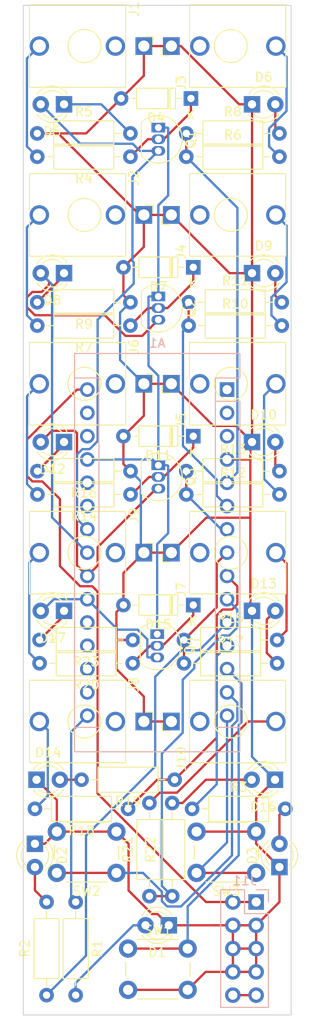
<source format=kicad_pcb>
(kicad_pcb (version 20221018) (generator pcbnew)
  (layers (0 "F.Cu" signal) (31 "B.Cu" signal) (34 "B.Paste" user) (35 "F.Paste" user) (36 "B.SilkS" user "B.Silkscreen") (37 "F.SilkS" user "F.Silkscreen") (38 "B.Mask" user) (39 "F.Mask" user) (44 "Edge.Cuts" user))
  (net 0 "")
  (net 1 "Net-(A1-Pad1)")
  (net 2 "Net-(A1-Pad17)")
  (net 3 "Net-(A1-Pad2)")
  (net 4 "Net-(A1-Pad18)")
  (net 5 "Net-(A1-Pad3)")
  (net 6 "Net-(A1-Pad19)")
  (net 7 "GND")
  (net 8 "Net-(A1-Pad20)")
  (net 9 "Net-(A1-Pad5)")
  (net 10 "Net-(A1-Pad21)")
  (net 11 "Net-(A1-Pad6)")
  (net 12 "Net-(A1-Pad22)")
  (net 13 "Net-(A1-Pad7)")
  (net 14 "Net-(A1-Pad23)")
  (net 15 "Net-(A1-Pad8)")
  (net 16 "Net-(A1-Pad24)")
  (net 17 "Net-(A1-Pad9)")
  (net 18 "Net-(A1-Pad25)")
  (net 19 "Net-(A1-Pad10)")
  (net 20 "Net-(A1-Pad26)")
  (net 21 "Net-(A1-Pad11)")
  (net 22 "Net-(A1-Pad27)")
  (net 23 "Net-(A1-Pad12)")
  (net 24 "Net-(A1-Pad28)")
  (net 25 "Net-(A1-Pad13)")
  (net 26 "Net-(A1-Pad29)")
  (net 27 "Net-(A1-Pad14)")
  (net 28 "+12V")
  (net 29 "Net-(A1-Pad15)")
  (net 30 "Net-(A1-Pad16)")
  (net 31 "Net-(D1-Pad2)")
  (net 32 "Net-(D2-Pad2)")
  (net 33 "Net-(D3-Pad2)")
  (net 34 "Net-(D4-Pad1)")
  (net 35 "Net-(D5-Pad1)")
  (net 36 "Net-(D6-Pad2)")
  (net 37 "Net-(D7-Pad1)")
  (net 38 "Net-(D8-Pad1)")
  (net 39 "Net-(D9-Pad2)")
  (net 40 "Net-(D10-Pad2)")
  (net 41 "Net-(D11-Pad1)")
  (net 42 "Net-(D12-Pad1)")
  (net 43 "Net-(D13-Pad2)")
  (net 44 "Net-(D14-Pad2)")
  (net 45 "Net-(D15-Pad1)")
  (net 46 "Net-(D16-Pad2)")
  (net 47 "Net-(D17-Pad1)")
  (net 48 "Net-(J1-PadT)")
  (net 49 "Net-(J2-PadT)")
  (net 50 "Net-(J3-PadT)")
  (net 51 "Net-(J4-PadT)")
  (net 52 "Net-(J5-PadT)")
  (net 53 "Net-(J6-PadT)")
  (net 54 "Net-(J7-PadT)")
  (net 55 "Net-(J8-PadT)")
  (net 56 "Net-(J9-PadT)")
  (net 57 "Net-(J10-PadT)")
  (net 58 "Net-(J11-Pad10)")
  (footprint "LED_THT:LED_D3.0mm" (layer "F.Cu") (at -19.685 -38.1 180)
    (fp_text reference "D1")
    (fp_text value "LED button")
  )
  (footprint "LED_THT:LED_D3.0mm" (layer "F.Cu") (at -7.62 -44.45 90)
    (fp_text reference "D3")
    (fp_text value "LED Reset")
  )
  (footprint "Diode_THT:D_DO-35_SOD27_P7.62mm_Horizontal" (layer "F.Cu") (at -17.272 -128.27 180)
    (fp_text reference "D4")
    (fp_text value "1N4148")
  )
  (footprint "LED_THT:LED_D3.0mm" (layer "F.Cu") (at -31.115 -127.635 180)
    (fp_text reference "D5")
    (fp_text value "LED inpA")
  )
  (footprint "LED_THT:LED_D3.0mm" (layer "F.Cu") (at -10.61 -127.635)
    (fp_text reference "D6")
    (fp_text value "LED AND ")
  )
  (footprint "LED_THT:LED_D3.0mm" (layer "F.Cu") (at -8.11 -53.975 180)
    (fp_text reference "D16")
    (fp_text value "LED trig")
  )
  (footprint "Connector_Audio:Jack_3.5mm_QingPu_WQP-PJ398SM_Vertical_CircularHoles" (layer "F.Cu") (at -19.41 -133.985 90)
    (fp_text reference "J3")
    (fp_text value "AND")
  )
  (footprint "Connector_Audio:Jack_3.5mm_QingPu_WQP-PJ398SM_Vertical_CircularHoles" (layer "F.Cu") (at -22.41 -60.325 -90)
    (fp_text reference "J8")
    (fp_text value "NGATE")
  )
  (footprint "Connector_Audio:Jack_3.5mm_QingPu_WQP-PJ398SM_Vertical_CircularHoles" (layer "F.Cu") (at -19.41 -60.325 90)
    (fp_text reference "J10")
    (fp_text value "TRIG")
  )
  (footprint "Package_TO_SOT_THT:TO-92_Inline" (layer "F.Cu") (at -20.828 -125.095 -90)
    (fp_text reference "Q1")
    (fp_text value "BC337")
  )
  (footprint "Resistor_THT:R_Axial_DIN0207_L6.3mm_D2.5mm_P10.16mm_Horizontal" (layer "F.Cu") (at -23.876 -121.92 180)
    (fp_text reference "R4")
    (fp_text value "10k")
  )
  (footprint "Resistor_THT:R_Axial_DIN0207_L6.3mm_D2.5mm_P10.16mm_Horizontal" (layer "F.Cu") (at -34.036 -124.46)
    (fp_text reference "R5")
    (fp_text value "1k")
  )
  (footprint "Resistor_THT:R_Axial_DIN0207_L6.3mm_D2.5mm_P10.16mm_Horizontal" (layer "F.Cu") (at -17.78 -121.92)
    (fp_text reference "R6")
    (fp_text value "1K")
  )
  (footprint "Resistor_THT:R_Axial_DIN0207_L6.3mm_D2.5mm_P10.16mm_Horizontal" (layer "F.Cu") (at -17.78 -124.46)
    (fp_text reference "R8")
    (fp_text value "1K")
  )
  (footprint "Resistor_THT:R_Axial_DIN0207_L6.3mm_D2.5mm_P10.16mm_Horizontal" (layer "F.Cu") (at -19.05 -53.975 180)
    (fp_text reference "R19")
    (fp_text value "1K")
  )
  (footprint "Resistor_THT:R_Axial_DIN0207_L6.3mm_D2.5mm_P10.16mm_Horizontal" (layer "F.Cu") (at -21.8 -41.275 90)
    (fp_text reference "R21")
    (fp_text value "1K")
  )
  (footprint "Resistor_THT:R_Axial_DIN0207_L6.3mm_D2.5mm_P10.16mm_Horizontal" (layer "F.Cu") (at -19.32 -41.275 90)
    (fp_text reference "R22")
    (fp_text value "1K")
  )
  (footprint "Button_Switch_THT:SW_PUSH_6mm" (layer "F.Cu") (at -24.13 -35.56)
    (fp_text reference "SW1")
    (fp_text value "Button")
  )
  (footprint "Button_Switch_THT:SW_PUSH_6mm" (layer "F.Cu") (at -25.4 -43.815 180)
    (fp_text reference "SW2")
    (fp_text value "Mode")
  )
  (footprint "Button_Switch_THT:SW_PUSH_6mm" (layer "F.Cu") (at -10.16 -43.815 180)
    (fp_text reference "SW3")
    (fp_text value "Reset")
  )
  (footprint "Resistor_THT:R_Axial_DIN0207_L6.3mm_D2.5mm_P10.16mm_Horizontal" (layer "F.Cu") (at -23.876 -106.045 180)
    (fp_text reference "R9")
    (fp_text value "1k")
  )
  (footprint "Resistor_THT:R_Axial_DIN0207_L6.3mm_D2.5mm_P10.16mm_Horizontal" (layer "F.Cu") (at -23.876 -103.505 180)
    (fp_text reference "R7")
    (fp_text value "10k")
  )
  (footprint "Package_TO_SOT_THT:TO-92_Inline" (layer "F.Cu") (at -20.955 -69.85 -90)
    (fp_text reference "Q4")
    (fp_text value "BC337")
  )
  (footprint "Package_TO_SOT_THT:TO-92_Inline" (layer "F.Cu") (at -20.828 -88.265 -90)
    (fp_text reference "Q3")
    (fp_text value "BC337")
  )
  (footprint "Package_TO_SOT_THT:TO-92_Inline" (layer "F.Cu") (at -20.828 -106.68 -90)
    (fp_text reference "Q2")
    (fp_text value "BC337")
  )
  (footprint "Connector_Audio:Jack_3.5mm_QingPu_WQP-PJ398SM_Vertical_CircularHoles" (layer "F.Cu") (at -22.41 -78.74 -90)
    (fp_text reference "J9")
    (fp_text value "INPUT CLOCK")
  )
  (footprint "Connector_Audio:Jack_3.5mm_QingPu_WQP-PJ398SM_Vertical_CircularHoles" (layer "F.Cu") (at -19.41 -78.74 90)
    (fp_text reference "J7")
    (fp_text value "Q")
  )
  (footprint "Connector_Audio:Jack_3.5mm_QingPu_WQP-PJ398SM_Vertical_CircularHoles" (layer "F.Cu") (at -19.41 -97.155 90)
    (fp_text reference "J5")
    (fp_text value "XOR")
  )
  (footprint "Connector_Audio:Jack_3.5mm_QingPu_WQP-PJ398SM_Vertical_CircularHoles" (layer "F.Cu") (at -19.41 -115.57 90)
    (fp_text reference "J4")
    (fp_text value "OR")
  )
  (footprint "LED_THT:LED_D3.0mm" (layer "F.Cu") (at -31.115 -72.39 180)
    (fp_text reference "D17")
    (fp_text value "LED inpCLK")
  )
  (footprint "Diode_THT:D_DO-35_SOD27_P7.62mm_Horizontal" (layer "F.Cu") (at -17.018 -73.025 180)
    (fp_text reference "D15")
    (fp_text value "1N4148")
  )
  (footprint "LED_THT:LED_D3.0mm" (layer "F.Cu") (at -10.61 -72.39)
    (fp_text reference "D13")
    (fp_text value "LED Q")
  )
  (footprint "LED_THT:LED_D3.0mm" (layer "F.Cu") (at -31.115 -90.805 180)
    (fp_text reference "D12")
    (fp_text value "LED inpNOT")
  )
  (footprint "Diode_THT:D_DO-35_SOD27_P7.62mm_Horizontal" (layer "F.Cu") (at -17.018 -91.44 180)
    (fp_text reference "D11")
    (fp_text value "1N4148")
  )
  (footprint "LED_THT:LED_D3.0mm" (layer "F.Cu") (at -10.61 -90.805)
    (fp_text reference "D10")
    (fp_text value "LED XOR")
  )
  (footprint "LED_THT:LED_D3.0mm" (layer "F.Cu") (at -10.61 -109.22)
    (fp_text reference "D9")
    (fp_text value "LED OR")
  )
  (footprint "LED_THT:LED_D3.0mm" (layer "F.Cu") (at -31.115 -109.22 180)
    (fp_text reference "D8")
    (fp_text value "LED inpB")
  )
  (footprint "Diode_THT:D_DO-35_SOD27_P7.62mm_Horizontal" (layer "F.Cu") (at -17.018 -109.855 180)
    (fp_text reference "D7")
    (fp_text value "1N4148")
  )
  (footprint "Resistor_THT:R_Axial_DIN0207_L6.3mm_D2.5mm_P10.16mm_Horizontal" (layer "F.Cu") (at -23.622 -69.215 180)
    (fp_text reference "R23")
    (fp_text value "1k")
  )
  (footprint "Resistor_THT:R_Axial_DIN0207_L6.3mm_D2.5mm_P10.16mm_Horizontal" (layer "F.Cu") (at -23.622 -66.675 180)
    (fp_text reference "R20")
    (fp_text value "10k")
  )
  (footprint "Resistor_THT:R_Axial_DIN0207_L6.3mm_D2.5mm_P10.16mm_Horizontal" (layer "F.Cu") (at -18.034 -66.675)
    (fp_text reference "R17")
    (fp_text value "1K")
  )
  (footprint "Resistor_THT:R_Axial_DIN0207_L6.3mm_D2.5mm_P10.16mm_Horizontal" (layer "F.Cu") (at -18.034 -69.215)
    (fp_text reference "R15")
    (fp_text value "1K")
  )
  (footprint "Resistor_THT:R_Axial_DIN0207_L6.3mm_D2.5mm_P10.16mm_Horizontal" (layer "F.Cu") (at -23.86 -85.09 180)
    (fp_text reference "R14")
    (fp_text value "10k")
  )
  (footprint "Resistor_THT:R_Axial_DIN0207_L6.3mm_D2.5mm_P10.16mm_Horizontal" (layer "F.Cu") (at -17.78 -87.63)
    (fp_text reference "R13")
    (fp_text value "1K")
  )
  (footprint "Resistor_THT:R_Axial_DIN0207_L6.3mm_D2.5mm_P10.16mm_Horizontal" (layer "F.Cu") (at -17.78 -85.09)
    (fp_text reference "R12")
    (fp_text value "1K")
  )
  (footprint "Resistor_THT:R_Axial_DIN0207_L6.3mm_D2.5mm_P10.16mm_Horizontal" (layer "F.Cu") (at -17.526 -106.045)
    (fp_text reference "R11")
    (fp_text value "1K")
  )
  (footprint "Resistor_THT:R_Axial_DIN0207_L6.3mm_D2.5mm_P10.16mm_Horizontal" (layer "F.Cu") (at -17.526 -103.505)
    (fp_text reference "R10")
    (fp_text value "1K")
  )
  (footprint "LED_THT:LED_D3.0mm" (layer "F.Cu") (at -34.11 -53.975)
    (fp_text reference "D14")
    (fp_text value "LED ngate")
  )
  (footprint "Connector_Audio:Jack_3.5mm_QingPu_WQP-PJ398SM_Vertical_CircularHoles" (layer "F.Cu") (at -22.41 -115.57 -90)
    (fp_text reference "J2")
    (fp_text value "INPUT B")
  )
  (footprint "Resistor_THT:R_Axial_DIN0207_L6.3mm_D2.5mm_P10.16mm_Horizontal" (layer "F.Cu") (at -23.86 -87.63 180)
    (fp_text reference "R16")
    (fp_text value "1k")
  )
  (footprint "Resistor_THT:R_Axial_DIN0207_L6.3mm_D2.5mm_P10.16mm_Horizontal" (layer "F.Cu") (at -24.13 -50.8 180)
    (fp_text reference "R18")
    (fp_text value "1K")
  )
  (footprint "Resistor_THT:R_Axial_DIN0207_L6.3mm_D2.5mm_P10.16mm_Horizontal" (layer "F.Cu") (at -17.145 -50.8)
    (fp_text reference "R3")
    (fp_text value "1k")
  )
  (footprint "LED_THT:LED_D3.0mm" (layer "F.Cu") (at -34.29 -46.99 -90)
    (fp_text reference "D2")
    (fp_text value "LED Mode")
  )
  (footprint "Connector_Audio:Jack_3.5mm_QingPu_WQP-PJ398SM_Vertical_CircularHoles" (layer "F.Cu") (at -22.41 -133.985 -90)
    (fp_text reference "J1")
    (fp_text value "INPUT A")
  )
  (footprint "Connector_Audio:Jack_3.5mm_QingPu_WQP-PJ398SM_Vertical_CircularHoles" (layer "F.Cu") (at -22.41 -97.155 -90)
    (fp_text reference "J6")
    (fp_text value "INPUT NOT")
  )
  (footprint "Resistor_THT:R_Axial_DIN0207_L6.3mm_D2.5mm_P10.16mm_Horizontal" (layer "F.Cu") (at -29.845 -40.64 -90)
    (fp_text reference "R1")
    (fp_text value "1k")
  )
  (footprint "Resistor_THT:R_Axial_DIN0207_L6.3mm_D2.5mm_P10.16mm_Horizontal" (layer "F.Cu") (at -33.02 -30.48 90)
    (fp_text reference "R2")
    (fp_text value "1k")
  )
  (footprint "Connector_PinHeader_2.54mm:PinHeader_2x05_P2.54mm_Vertical" (layer "B.Cu") (at -10.16 -40.64 180)
    (fp_text reference "J11")
    (fp_text value "Conn_02x05_Odd_Even")
  )
  (footprint "Module:Arduino_Nano" (layer "B.Cu") (at -13.335 -96.52 180)
    (fp_text reference "A1")
    (fp_text value "Arduino_Nano_v2.x")
  )
  (gr_line (start -6.35 -138.43) (end -35.56 -138.43) (stroke (width 0.1)) (layer "Edge.Cuts"))
  (gr_line (start -35.56 -28.32) (end -6.35 -28.32) (stroke (width 0.1)) (layer "Edge.Cuts"))
  (gr_line (start -6.35 -28.32) (end -6.35 -138.43) (stroke (width 0.1)) (layer "Edge.Cuts"))
  (gr_line (start -35.56 -138.43) (end -35.56 -28.32) (stroke (width 0.1)) (layer "Edge.Cuts"))
  (segment (start -18.367202 -133.985) (end -19.41 -133.985) (width 0.25) (layer "F.Cu") (net 7))
  (segment (start -12.7 -33.02) (end -12.7 -35.56) (width 0.25) (layer "F.Cu") (net 7))
  (segment (start -24.638 -73.025) (end -24.638 -76.512) (width 0.25) (layer "F.Cu") (net 7))
  (segment (start -22.41 -130.752) (end -24.892 -128.27) (width 0.25) (layer "F.Cu") (net 7))
  (segment (start -7.62 -44.45) (end -10.16 -46.99) (width 0.25) (layer "F.Cu") (net 7))
  (segment (start -31.9 -48.315) (end -33.225 -46.99) (width 0.25) (layer "F.Cu") (net 7))
  (segment (start -24.638 -106.807) (end -24.638 -109.855) (width 0.25) (layer "F.Cu") (net 7))
  (segment (start -31.9 -48.315) (end -31.9 -51.765) (width 0.25) (layer "F.Cu") (net 7))
  (segment (start -10.16 -38.1) (end -7.62 -40.64) (width 0.25) (layer "F.Cu") (net 7))
  (segment (start -24.638 -88.408) (end -23.86 -87.63) (width 0.25) (layer "F.Cu") (net 7))
  (segment (start -21.515003 -39.325001) (end -24.074999 -41.884997) (width 0.25) (layer "F.Cu") (net 7))
  (segment (start -10.61 -109.22) (end -13.06 -109.22) (width 0.25) (layer "F.Cu") (net 7))
  (segment (start -19.41 -78.74) (end -15.6 -82.55) (width 0.25) (layer "F.Cu") (net 7))
  (segment (start -33.225 -46.99) (end -34.29 -46.99) (width 0.25) (layer "F.Cu") (net 7))
  (segment (start -10.61 -109.22) (end -10.61 -127.635) (width 0.25) (layer "F.Cu") (net 7))
  (segment (start -14.820001 -92.565001) (end -19.41 -97.155) (width 0.25) (layer "F.Cu") (net 7))
  (segment (start -10.16 -33.02) (end -12.7 -33.02) (width 0.25) (layer "F.Cu") (net 7))
  (segment (start -25.4 -69.215) (end -25.4 -72.263) (width 0.25) (layer "F.Cu") (net 7))
  (segment (start -22.41 -97.155) (end -22.41 -93.668) (width 0.25) (layer "F.Cu") (net 7))
  (segment (start -10.61 -127.635) (end -12.017202 -127.635) (width 0.25) (layer "F.Cu") (net 7))
  (segment (start -22.86 -115.57) (end -31.75 -124.46) (width 0.25) (layer "F.Cu") (net 7))
  (segment (start -27.94 -48.26) (end -27.995 -48.315) (width 0.25) (layer "F.Cu") (net 7))
  (segment (start -10.16 -46.99) (end -10.16 -48.315) (width 0.25) (layer "F.Cu") (net 7))
  (segment (start -19.41 -97.155) (end -22.41 -97.155) (width 0.25) (layer "F.Cu") (net 7))
  (segment (start -10.795 -90.62) (end -10.61 -90.805) (width 0.25) (layer "F.Cu") (net 7))
  (segment (start -12.7 -35.56) (end -10.16 -35.56) (width 0.25) (layer "F.Cu") (net 7))
  (segment (start -31.75 -124.46) (end -34.036 -124.46) (width 0.25) (layer "F.Cu") (net 7))
  (segment (start -12.7 -38.1) (end -10.16 -38.1) (width 0.25) (layer "F.Cu") (net 7))
  (segment (start -12.7 -33.02) (end -15.67 -33.02) (width 0.25) (layer "F.Cu") (net 7))
  (segment (start -10.795 -88.9) (end -10.795 -90.62) (width 0.25) (layer "F.Cu") (net 7))
  (segment (start -13.06 -109.22) (end -19.41 -115.57) (width 0.25) (layer "F.Cu") (net 7))
  (segment (start -12.7 -38.1) (end -19.685 -38.1) (width 0.25) (layer "F.Cu") (net 7))
  (segment (start -19.41 -115.57) (end -22.41 -115.57) (width 0.25) (layer "F.Cu") (net 7))
  (segment (start -24.074999 -41.884997) (end -24.074999 -46.989999) (width 0.25) (layer "F.Cu") (net 7))
  (segment (start -7.62 -40.64) (end -7.62 -44.45) (width 0.25) (layer "F.Cu") (net 7))
  (segment (start -19.685 -38.1) (end -20.910001 -39.325001) (width 0.25) (layer "F.Cu") (net 7))
  (segment (start -22.41 -93.668) (end -24.638 -91.44) (width 0.25) (layer "F.Cu") (net 7))
  (segment (start -12.370001 -92.565001) (end -14.820001 -92.565001) (width 0.25) (layer "F.Cu") (net 7))
  (segment (start -10.61 -90.805) (end -10.61 -109.22) (width 0.25) (layer "F.Cu") (net 7))
  (segment (start -10.16 -48.315) (end -16.66 -48.315) (width 0.25) (layer "F.Cu") (net 7))
  (segment (start -17.63 -31.06) (end -24.13 -31.06) (width 0.25) (layer "F.Cu") (net 7))
  (segment (start -12.7 -38.1) (end -12.7 -37.465) (width 0.25) (layer "F.Cu") (net 7))
  (segment (start -24.074999 -46.989999) (end -25.4 -48.315) (width 0.25) (layer "F.Cu") (net 7))
  (segment (start -24.638 -91.44) (end -24.638 -88.408) (width 0.25) (layer "F.Cu") (net 7))
  (segment (start -10.795 -72.575) (end -10.61 -72.39) (width 0.25) (layer "F.Cu") (net 7))
  (segment (start -15.67 -33.02) (end -17.63 -31.06) (width 0.25) (layer "F.Cu") (net 7))
  (segment (start -12.017202 -127.635) (end -18.367202 -133.985) (width 0.25) (layer "F.Cu") (net 7))
  (segment (start -10.16 -48.315) (end -10.16 -51.925) (width 0.25) (layer "F.Cu") (net 7))
  (segment (start -10.16 -35.56) (end -10.16 -33.02) (width 0.25) (layer "F.Cu") (net 7))
  (segment (start -22.41 -63.05) (end -25.4 -66.04) (width 0.25) (layer "F.Cu") (net 7))
  (segment (start -10.16 -51.925) (end -8.11 -53.975) (width 0.25) (layer "F.Cu") (net 7))
  (segment (start -15.6 -82.55) (end -10.795 -82.55) (width 0.25) (layer "F.Cu") (net 7))
  (segment (start -25.4 -48.315) (end -27.995 -48.315) (width 0.25) (layer "F.Cu") (net 7))
  (segment (start -24.892 -128.27) (end -28.702 -124.46) (width 0.25) (layer "F.Cu") (net 7))
  (segment (start -22.41 -78.74) (end -19.41 -78.74) (width 0.25) (layer "F.Cu") (net 7))
  (segment (start -10.795 -82.55) (end -10.795 -72.575) (width 0.25) (layer "F.Cu") (net 7))
  (segment (start -20.910001 -39.325001) (end -21.515003 -39.325001) (width 0.25) (layer "F.Cu") (net 7))
  (segment (start -16.317986 -48.057012) (end -17.236401 -48.057012) (width 0.25) (layer "F.Cu") (net 7))
  (segment (start -25.4 -72.263) (end -24.638 -73.025) (width 0.25) (layer "F.Cu") (net 7))
  (segment (start -22.41 -60.325) (end -22.41 -63.05) (width 0.25) (layer "F.Cu") (net 7))
  (segment (start -22.41 -115.57) (end -22.41 -112.083) (width 0.25) (layer "F.Cu") (net 7))
  (segment (start -22.41 -60.325) (end -19.41 -60.325) (width 0.25) (layer "F.Cu") (net 7))
  (segment (start -23.876 -106.045) (end -24.638 -106.807) (width 0.25) (layer "F.Cu") (net 7))
  (segment (start -22.41 -112.083) (end -24.638 -109.855) (width 0.25) (layer "F.Cu") (net 7))
  (segment (start -28.702 -124.46) (end -34.036 -124.46) (width 0.25) (layer "F.Cu") (net 7))
  (segment (start -10.795 -82.55) (end -10.795 -88.9) (width 0.25) (layer "F.Cu") (net 7))
  (segment (start -24.638 -76.512) (end -22.41 -78.74) (width 0.25) (layer "F.Cu") (net 7))
  (segment (start -10.16 -38.1) (end -10.16 -35.56) (width 0.25) (layer "F.Cu") (net 7))
  (segment (start -31.9 -51.765) (end -34.11 -53.975) (width 0.25) (layer "F.Cu") (net 7))
  (segment (start -10.61 -90.805) (end -12.370001 -92.565001) (width 0.25) (layer "F.Cu") (net 7))
  (segment (start -25.4 -69.215) (end -23.622 -69.215) (width 0.25) (layer "F.Cu") (net 7))
  (segment (start -25.4 -66.04) (end -25.4 -69.215) (width 0.25) (layer "F.Cu") (net 7))
  (segment (start -10.795 -88.9) (end -13.335 -88.9) (width 0.25) (layer "F.Cu") (net 7))
  (segment (start -22.41 -133.985) (end -22.41 -130.752) (width 0.25) (layer "F.Cu") (net 7))
  (segment (start -8.255 -53.975) (end -8.11 -53.975) (width 0.25) (layer "F.Cu") (net 7))
  (segment (start -12.7 -35.56) (end -12.7 -37.465) (width 0.25) (layer "F.Cu") (net 7))
  (segment (start -19.41 -133.985) (end -22.41 -133.985) (width 0.25) (layer "F.Cu") (net 7))
  (segment (start -27.995 -48.315) (end -31.9 -48.315) (width 0.25) (layer "F.Cu") (net 7))
  (segment (start -22.41 -115.57) (end -22.86 -115.57) (width 0.25) (layer "F.Cu") (net 7))
  (segment (start -23.86 -87.63) (end -22.734999 -86.504999) (width 0.25) (layer "B.Cu") (net 7))
  (segment (start -25.001001 -99.746001) (end -22.41 -97.155) (width 0.25) (layer "B.Cu") (net 7))
  (segment (start -23.876 -106.045) (end -25.001001 -104.919999) (width 0.25) (layer "B.Cu") (net 7))
  (segment (start -22.41 -97.155) (end -22.86 -97.155) (width 0.25) (layer "B.Cu") (net 7))
  (segment (start -25.001001 -104.919999) (end -25.001001 -99.746001) (width 0.25) (layer "B.Cu") (net 7))
  (segment (start -22.734999 -79.064999) (end -22.41 -78.74) (width 0.25) (layer "B.Cu") (net 7))
  (segment (start -22.734999 -86.504999) (end -22.734999 -79.064999) (width 0.25) (layer "B.Cu") (net 7))
  (segment (start -22.41 -60.325) (end -22.41 -60.14) (width 0.25) (layer "B.Cu") (net 7))
  (segment (start -8.11 -53.975) (end -10.61 -56.475) (width 0.25) (layer "B.Cu") (net 7))
  (segment (start -10.61 -56.475) (end -10.61 -72.39) (width 0.25) (layer "B.Cu") (net 7))
  (segment (start -17.78 -124.46) (end -17.78 -121.92) (width 0.25) (layer "F.Cu") (net 9))
  (segment (start -12.20363 -87.49137) (end -13.335 -86.36) (width 0.25) (layer "B.Cu") (net 9))
  (segment (start -17.78 -121.92) (end -12.20363 -116.34363) (width 0.25) (layer "B.Cu") (net 9))
  (segment (start -12.20363 -116.34363) (end -12.20363 -87.49137) (width 0.25) (layer "B.Cu") (net 9))
  (segment (start -28.575 -73.66) (end -25.255001 -70.340001) (width 0.25) (layer "B.Cu") (net 10))
  (segment (start -32.230002 -73.66) (end -33.500002 -72.39) (width 0.25) (layer "B.Cu") (net 10))
  (segment (start -23.081999 -70.340001) (end -22.03001 -69.288012) (width 0.25) (layer "B.Cu") (net 10))
  (segment (start -25.255001 -70.340001) (end -23.081999 -70.340001) (width 0.25) (layer "B.Cu") (net 10))
  (segment (start -22.03001 -67.38501) (end -21.955 -67.31) (width 0.25) (layer "B.Cu") (net 10))
  (segment (start -33.500002 -72.39) (end -33.655 -72.39) (width 0.25) (layer "B.Cu") (net 10))
  (segment (start -22.03001 -69.288012) (end -22.03001 -67.38501) (width 0.25) (layer "B.Cu") (net 10))
  (segment (start -21.955 -67.31) (end -20.955 -67.31) (width 0.25) (layer "B.Cu") (net 10))
  (segment (start -28.575 -73.66) (end -32.230002 -73.66) (width 0.25) (layer "B.Cu") (net 10))
  (segment (start -17.526 -106.045) (end -17.526 -103.505) (width 0.25) (layer "F.Cu") (net 11))
  (segment (start -18.143001 -90.379999) (end -14.460001 -86.696999) (width 0.25) (layer "B.Cu") (net 11))
  (segment (start -14.460001 -86.696999) (end -14.460001 -84.945001) (width 0.25) (layer "B.Cu") (net 11))
  (segment (start -17.526 -103.505) (end -18.143001 -102.887999) (width 0.25) (layer "B.Cu") (net 11))
  (segment (start -18.143001 -102.887999) (end -18.143001 -90.379999) (width 0.25) (layer "B.Cu") (net 11))
  (segment (start -14.460001 -84.945001) (end -13.335 -83.82) (width 0.25) (layer "B.Cu") (net 11))
  (segment (start -29.700001 -77.325001) (end -29.700001 -91.775003) (width 0.25) (layer "F.Cu") (net 12))
  (segment (start -28.575 -76.2) (end -29.700001 -77.325001) (width 0.25) (layer "F.Cu") (net 12))
  (segment (start -20.828 -85.725) (end -21.053 -85.725) (width 0.25) (layer "F.Cu") (net 12))
  (segment (start -21.053 -85.725) (end -27.449999 -79.328001) (width 0.25) (layer "F.Cu") (net 12))
  (segment (start -32.429999 -92.030001) (end -33.655 -90.805) (width 0.25) (layer "F.Cu") (net 12))
  (segment (start -27.449999 -77.325001) (end -28.575 -76.2) (width 0.25) (layer "F.Cu") (net 12))
  (segment (start -29.700001 -91.775003) (end -29.954999 -92.030001) (width 0.25) (layer "F.Cu") (net 12))
  (segment (start -27.449999 -79.328001) (end -27.449999 -77.325001) (width 0.25) (layer "F.Cu") (net 12))
  (segment (start -29.954999 -92.030001) (end -32.429999 -92.030001) (width 0.25) (layer "F.Cu") (net 12))
  (segment (start -17.78 -85.09) (end -17.78 -87.63) (width 0.25) (layer "F.Cu") (net 13))
  (segment (start -17.78 -85.09) (end -13.97 -81.28) (width 0.25) (layer "B.Cu") (net 13))
  (segment (start -13.97 -81.28) (end -13.335 -81.28) (width 0.25) (layer "B.Cu") (net 13))
  (segment (start -33.655 -109.22) (end -32.755001 -108.320001) (width 0.25) (layer "F.Cu") (net 14))
  (segment (start -33.547409 -107.170001) (end -34.576001 -107.170001) (width 0.25) (layer "F.Cu") (net 14))
  (segment (start -32.755001 -107.962409) (end -33.547409 -107.170001) (width 0.25) (layer "F.Cu") (net 14))
  (segment (start -34.286003 -104.630001) (end -26.666003 -104.630001) (width 0.25) (layer "F.Cu") (net 14))
  (segment (start -34.576001 -107.170001) (end -35.161001 -106.585001) (width 0.25) (layer "F.Cu") (net 14))
  (segment (start -24.416001 -102.379999) (end -22.588001 -102.379999) (width 0.25) (layer "F.Cu") (net 14))
  (segment (start -26.666003 -104.630001) (end -24.416001 -102.379999) (width 0.25) (layer "F.Cu") (net 14))
  (segment (start -35.161001 -105.504999) (end -34.286003 -104.630001) (width 0.25) (layer "F.Cu") (net 14))
  (segment (start -22.588001 -102.379999) (end -20.828 -104.14) (width 0.25) (layer "F.Cu") (net 14))
  (segment (start -32.755001 -108.320001) (end -32.755001 -107.962409) (width 0.25) (layer "F.Cu") (net 14))
  (segment (start -35.161001 -106.585001) (end -35.161001 -105.504999) (width 0.25) (layer "F.Cu") (net 14))
  (segment (start -33.655 -109.22) (end -32.419999 -107.984999) (width 0.25) (layer "B.Cu") (net 14))
  (segment (start -32.419999 -82.584999) (end -28.575 -78.74) (width 0.25) (layer "B.Cu") (net 14))
  (segment (start -32.419999 -107.984999) (end -32.419999 -82.584999) (width 0.25) (layer "B.Cu") (net 14))
  (segment (start -18.034 -69.215) (end -18.034 -66.675) (width 0.25) (layer "F.Cu") (net 15))
  (segment (start -14.460001 -72.788999) (end -18.034 -69.215) (width 0.25) (layer "F.Cu") (net 15))
  (segment (start -13.335 -78.74) (end -14.460001 -77.614999) (width 0.25) (layer "F.Cu") (net 15))
  (segment (start -14.460001 -77.614999) (end -14.460001 -72.788999) (width 0.25) (layer "F.Cu") (net 15))
  (segment (start -20.828 -122.555) (end -20.828 -122.428) (width 0.25) (layer "F.Cu") (net 16))
  (segment (start -20.237998 -122.428) (end -20.828 -122.428) (width 0.25) (layer "F.Cu") (net 16))
  (segment (start -20.828 -122.555) (end -20.955 -122.555) (width 0.25) (layer "F.Cu") (net 16))
  (segment (start -27.449999 -104.136003) (end -27.449999 -90.899999) (width 0.25) (layer "B.Cu") (net 16))
  (segment (start -20.828 -122.555) (end -23.650001 -119.732999) (width 0.25) (layer "B.Cu") (net 16))
  (segment (start -23.650001 -110.532003) (end -23.512999 -110.395001) (width 0.25) (layer "B.Cu") (net 16))
  (segment (start -23.650001 -119.732999) (end -23.650001 -110.532003) (width 0.25) (layer "B.Cu") (net 16))
  (segment (start -29.700001 -89.440001) (end -29.700001 -82.405001) (width 0.25) (layer "B.Cu") (net 16))
  (segment (start -23.512999 -108.073003) (end -27.449999 -104.136003) (width 0.25) (layer "B.Cu") (net 16))
  (segment (start -27.449999 -90.899999) (end -28.324997 -90.025001) (width 0.25) (layer "B.Cu") (net 16))
  (segment (start -22.845998 -122.555) (end -23.625997 -123.334999) (width 0.25) (layer "B.Cu") (net 16))
  (segment (start -29.115001 -90.025001) (end -29.700001 -89.440001) (width 0.25) (layer "B.Cu") (net 16))
  (segment (start -20.828 -122.555) (end -22.845998 -122.555) (width 0.25) (layer "B.Cu") (net 16))
  (segment (start -23.625997 -123.334999) (end -29.354999 -123.334999) (width 0.25) (layer "B.Cu") (net 16))
  (segment (start -29.700001 -82.405001) (end -28.575 -81.28) (width 0.25) (layer "B.Cu") (net 16))
  (segment (start -23.512999 -110.395001) (end -23.512999 -108.073003) (width 0.25) (layer "B.Cu") (net 16))
  (segment (start -28.324997 -90.025001) (end -29.115001 -90.025001) (width 0.25) (layer "B.Cu") (net 16))
  (segment (start -29.354999 -123.334999) (end -33.655 -127.635) (width 0.25) (layer "B.Cu") (net 16))
  (segment (start -13.825001 -72.534999) (end -12.794999 -72.534999) (width 0.25) (layer "F.Cu") (net 17))
  (segment (start -14.460001 -58.564999) (end -14.460001 -71.899999) (width 0.25) (layer "F.Cu") (net 17))
  (segment (start -20.955 -53.975) (end -24.13 -50.8) (width 0.25) (layer "F.Cu") (net 17))
  (segment (start -12.209999 -75.074999) (end -13.335 -76.2) (width 0.25) (layer "F.Cu") (net 17))
  (segment (start -12.209999 -73.119999) (end -12.209999 -75.074999) (width 0.25) (layer "F.Cu") (net 17))
  (segment (start -19.05 -53.975) (end -14.460001 -58.564999) (width 0.25) (layer "F.Cu") (net 17))
  (segment (start -12.794999 -72.534999) (end -12.209999 -73.119999) (width 0.25) (layer "F.Cu") (net 17))
  (segment (start -19.05 -53.975) (end -20.955 -53.975) (width 0.25) (layer "F.Cu") (net 17))
  (segment (start -14.460001 -71.899999) (end -13.825001 -72.534999) (width 0.25) (layer "F.Cu") (net 17))
  (segment (start -21.8 -41.275) (end -19.32 -41.275) (width 0.25) (layer "F.Cu") (net 19))
  (segment (start -12.209999 -70.579999) (end -13.084997 -69.705001) (width 0.25) (layer "B.Cu") (net 19))
  (segment (start -12.209999 -72.534999) (end -12.209999 -70.579999) (width 0.25) (layer "B.Cu") (net 19))
  (segment (start -13.084997 -69.705001) (end -13.875001 -69.705001) (width 0.25) (layer "B.Cu") (net 19))
  (segment (start -13.875001 -69.705001) (end -16.908999 -66.671003) (width 0.25) (layer "B.Cu") (net 19))
  (segment (start -20.445001 -42.400001) (end -19.32 -41.275) (width 0.25) (layer "B.Cu") (net 19))
  (segment (start -19.32 -41.275) (end -19.32 -41.005) (width 0.25) (layer "B.Cu") (net 19))
  (segment (start -18.169999 -59.099999) (end -20.445001 -56.824997) (width 0.25) (layer "B.Cu") (net 19))
  (segment (start -18.169999 -64.873999) (end -18.169999 -59.099999) (width 0.25) (layer "B.Cu") (net 19))
  (segment (start -16.908999 -66.671003) (end -16.908999 -66.134999) (width 0.25) (layer "B.Cu") (net 19))
  (segment (start -16.908999 -66.134999) (end -18.169999 -64.873999) (width 0.25) (layer "B.Cu") (net 19))
  (segment (start -19.32 -41.275) (end -19.05 -41.275) (width 0.25) (layer "B.Cu") (net 19))
  (segment (start -13.335 -73.66) (end -12.209999 -72.534999) (width 0.25) (layer "B.Cu") (net 19))
  (segment (start -20.445001 -56.824997) (end -20.445001 -42.400001) (width 0.25) (layer "B.Cu") (net 19))
  (segment (start -33.02 -30.48) (end -33.655 -30.48) (width 0.25) (layer "F.Cu") (net 21))
  (segment (start -21.169999 -65.204003) (end -21.169999 -55.425003) (width 0.25) (layer "B.Cu") (net 21))
  (segment (start -28.719999 -34.780001) (end -33.02 -30.48) (width 0.25) (layer "B.Cu") (net 21))
  (segment (start -18.284003 -68.089999) (end -21.169999 -65.204003) (width 0.25) (layer "B.Cu") (net 21))
  (segment (start -16.365001 -68.089999) (end -18.284003 -68.089999) (width 0.25) (layer "B.Cu") (net 21))
  (segment (start -28.719999 -47.875003) (end -28.719999 -34.780001) (width 0.25) (layer "B.Cu") (net 21))
  (segment (start -13.335 -71.12) (end -16.365001 -68.089999) (width 0.25) (layer "B.Cu") (net 21))
  (segment (start -21.169999 -55.425003) (end -28.719999 -47.875003) (width 0.25) (layer "B.Cu") (net 21))
  (segment (start -20.828 -88.265) (end -21.463 -88.9) (width 0.25) (layer "B.Cu") (net 22))
  (segment (start -19.75299 -125.01999) (end -19.75299 -117.692012) (width 0.25) (layer "B.Cu") (net 22))
  (segment (start -19.75299 -80.862012) (end -20.955 -79.660002) (width 0.25) (layer "B.Cu") (net 22))
  (segment (start -20.828 -125.095) (end -19.828 -125.095) (width 0.25) (layer "B.Cu") (net 22))
  (segment (start -21.90301 -99.113012) (end -20.828 -98.038002) (width 0.25) (layer "B.Cu") (net 22))
  (segment (start -20.828 -98.038002) (end -20.828 -88.265) (width 0.25) (layer "B.Cu") (net 22))
  (segment (start -19.828 -88.265) (end -19.75299 -88.18999) (width 0.25) (layer "B.Cu") (net 22))
  (segment (start -19.75299 -88.18999) (end -19.75299 -80.862012) (width 0.25) (layer "B.Cu") (net 22))
  (segment (start -21.463 -88.9) (end -28.575 -88.9) (width 0.25) (layer "B.Cu") (net 22))
  (segment (start -20.828 -116.617002) (end -20.828 -106.68) (width 0.25) (layer "B.Cu") (net 22))
  (segment (start -21.90301 -106.60499) (end -21.90301 -99.113012) (width 0.25) (layer "B.Cu") (net 22))
  (segment (start -20.828 -88.265) (end -19.828 -88.265) (width 0.25) (layer "B.Cu") (net 22))
  (segment (start -19.75299 -117.692012) (end -20.828 -116.617002) (width 0.25) (layer "B.Cu") (net 22))
  (segment (start -19.828 -125.095) (end -19.75299 -125.01999) (width 0.25) (layer "B.Cu") (net 22))
  (segment (start -20.828 -106.68) (end -21.828 -106.68) (width 0.25) (layer "B.Cu") (net 22))
  (segment (start -20.955 -79.660002) (end -20.955 -69.85) (width 0.25) (layer "B.Cu") (net 22))
  (segment (start -21.828 -106.68) (end -21.90301 -106.60499) (width 0.25) (layer "B.Cu") (net 22))
  (segment (start -13.335 -68.58) (end -14.460001 -67.454999) (width 0.25) (layer "B.Cu") (net 23))
  (segment (start -14.460001 -53.484999) (end -17.145 -50.8) (width 0.25) (layer "B.Cu") (net 23))
  (segment (start -14.460001 -67.454999) (end -14.460001 -53.484999) (width 0.25) (layer "B.Cu") (net 23))
  (segment (start -17.63 -35.56) (end -24.13 -35.56) (width 0.25) (layer "F.Cu") (net 25))
  (segment (start -17.63 -40.155) (end -17.63 -35.56) (width 0.25) (layer "B.Cu") (net 25))
  (segment (start -12.065 -45.72) (end -17.63 -40.155) (width 0.25) (layer "B.Cu") (net 25))
  (segment (start -17.63 -35.56) (end -17.145 -35.56) (width 0.25) (layer "B.Cu") (net 25))
  (segment (start -11.759988 -64.464988) (end -11.759988 -60.233599) (width 0.25) (layer "B.Cu") (net 25))
  (segment (start -11.759988 -60.233599) (end -12.065 -59.928588) (width 0.25) (layer "B.Cu") (net 25))
  (segment (start -13.335 -66.04) (end -11.759988 -64.464988) (width 0.25) (layer "B.Cu") (net 25))
  (segment (start -12.065 -59.928588) (end -12.065 -45.72) (width 0.25) (layer "B.Cu") (net 25))
  (segment (start -25.4 -43.815) (end -31.9 -43.815) (width 0.25) (layer "F.Cu") (net 27))
  (segment (start -12.794999 -45.718999) (end -18.363999 -40.149999) (width 0.25) (layer "B.Cu") (net 27))
  (segment (start -13.335 -63.5) (end -12.209999 -62.374999) (width 0.25) (layer "B.Cu") (net 27))
  (segment (start -22.49641 -43.815) (end -25.4 -43.815) (width 0.25) (layer "B.Cu") (net 27))
  (segment (start -12.794999 -59.834999) (end -12.794999 -45.718999) (width 0.25) (layer "B.Cu") (net 27))
  (segment (start -12.209999 -60.419999) (end -12.794999 -59.834999) (width 0.25) (layer "B.Cu") (net 27))
  (segment (start -19.860001 -40.149999) (end -20.445001 -40.734999) (width 0.25) (layer "B.Cu") (net 27))
  (segment (start -12.209999 -62.374999) (end -12.209999 -60.419999) (width 0.25) (layer "B.Cu") (net 27))
  (segment (start -20.445001 -40.734999) (end -20.445001 -41.763591) (width 0.25) (layer "B.Cu") (net 27))
  (segment (start -20.445001 -41.763591) (end -22.49641 -43.815) (width 0.25) (layer "B.Cu") (net 27))
  (segment (start -18.363999 -40.149999) (end -19.860001 -40.149999) (width 0.25) (layer "B.Cu") (net 27))
  (segment (start -15.635002 -40.64) (end -27.449999 -52.454997) (width 0.25) (layer "F.Cu") (net 28))
  (segment (start -35.145001 -91.081369) (end -29.70637 -96.52) (width 0.25) (layer "F.Cu") (net 28))
  (segment (start -12.7 -40.64) (end -15.635002 -40.64) (width 0.25) (layer "F.Cu") (net 28))
  (segment (start -31.565009 -84.590009) (end -33.479999 -86.504999) (width 0.25) (layer "F.Cu") (net 28))
  (segment (start -31.565009 -77.283598) (end -31.565009 -84.590009) (width 0.25) (layer "F.Cu") (net 28))
  (segment (start -34.560001 -86.504999) (end -35.145001 -87.089999) (width 0.25) (layer "F.Cu") (net 28))
  (segment (start -29.70637 -96.52) (end -28.575 -96.52) (width 0.25) (layer "F.Cu") (net 28))
  (segment (start -27.449999 -74.489999) (end -28.034999 -75.074999) (width 0.25) (layer "F.Cu") (net 28))
  (segment (start -12.7 -40.64) (end -10.16 -40.64) (width 0.25) (layer "F.Cu") (net 28))
  (segment (start -27.449999 -52.454997) (end -27.449999 -74.489999) (width 0.25) (layer "F.Cu") (net 28))
  (segment (start -33.479999 -86.504999) (end -34.560001 -86.504999) (width 0.25) (layer "F.Cu") (net 28))
  (segment (start -28.034999 -75.074999) (end -29.35641 -75.074999) (width 0.25) (layer "F.Cu") (net 28))
  (segment (start -35.145001 -87.089999) (end -35.145001 -91.081369) (width 0.25) (layer "F.Cu") (net 28))
  (segment (start -29.35641 -75.074999) (end -31.565009 -77.283598) (width 0.25) (layer "F.Cu") (net 28))
  (segment (start -16.66 -43.815) (end -10.16 -43.815) (width 0.25) (layer "F.Cu") (net 29))
  (segment (start -16.66 -43.815) (end -13.335 -47.14) (width 0.25) (layer "B.Cu") (net 29))
  (segment (start -13.335 -47.14) (end -13.335 -60.96) (width 0.25) (layer "B.Cu") (net 29))
  (segment (start -29.845 -40.64) (end -30.335001 -41.130001) (width 0.25) (layer "B.Cu") (net 30))
  (segment (start -30.335001 -41.130001) (end -30.335001 -59.199999) (width 0.25) (layer "B.Cu") (net 30))
  (segment (start -30.335001 -59.199999) (end -28.575 -60.96) (width 0.25) (layer "B.Cu") (net 30))
  (segment (start -29.845 -31.806002) (end -29.845 -30.48) (width 0.25) (layer "B.Cu") (net 31))
  (segment (start -22.225 -38.1) (end -23.551002 -38.1) (width 0.25) (layer "B.Cu") (net 31))
  (segment (start -23.551002 -38.1) (end -29.845 -31.806002) (width 0.25) (layer "B.Cu") (net 31))
  (segment (start -33.02 -40.64) (end -34.29 -41.91) (width 0.25) (layer "F.Cu") (net 32))
  (segment (start -34.29 -41.91) (end -34.29 -44.45) (width 0.25) (layer "F.Cu") (net 32))
  (segment (start -7.62 -50.165) (end -6.985 -50.8) (width 0.25) (layer "F.Cu") (net 33))
  (segment (start -7.62 -46.99) (end -7.62 -50.165) (width 0.25) (layer "F.Cu") (net 33))
  (segment (start -20.237998 -123.825) (end -20.828 -123.825) (width 0.25) (layer "F.Cu") (net 34))
  (segment (start -20.828 -123.825) (end -21.971 -123.825) (width 0.25) (layer "F.Cu") (net 34))
  (segment (start -17.272 -128.27) (end -17.272 -126.790998) (width 0.25) (layer "F.Cu") (net 34))
  (segment (start -21.971 -123.825) (end -23.876 -121.92) (width 0.25) (layer "F.Cu") (net 34))
  (segment (start -17.272 -126.790998) (end -20.237998 -123.825) (width 0.25) (layer "F.Cu") (net 34))
  (segment (start -31.115 -127.635) (end -27.051 -127.635) (width 0.25) (layer "B.Cu") (net 35))
  (segment (start -27.051 -127.635) (end -23.876 -124.46) (width 0.25) (layer "B.Cu") (net 35))
  (segment (start -8.07 -124.91) (end -7.62 -124.46) (width 0.25) (layer "F.Cu") (net 36))
  (segment (start -8.07 -127.635) (end -8.07 -124.91) (width 0.25) (layer "F.Cu") (net 36))
  (segment (start -23.876 -103.505) (end -21.971 -105.41) (width 0.25) (layer "F.Cu") (net 37))
  (segment (start -17.018 -108.22) (end -17.018 -109.855) (width 0.25) (layer "F.Cu") (net 37))
  (segment (start -20.828 -105.41) (end -19.828 -105.41) (width 0.25) (layer "F.Cu") (net 37))
  (segment (start -19.828 -105.41) (end -17.018 -108.22) (width 0.25) (layer "F.Cu") (net 37))
  (segment (start -21.971 -105.41) (end -20.828 -105.41) (width 0.25) (layer "F.Cu") (net 37))
  (segment (start -23.876 -103.505) (end -24.13 -103.505) (width 0.25) (layer "B.Cu") (net 37))
  (segment (start -31.115 -109.22) (end -31.115 -108.966) (width 0.25) (layer "F.Cu") (net 38))
  (segment (start -31.115 -108.966) (end -34.036 -106.045) (width 0.25) (layer "F.Cu") (net 38))
  (segment (start -8.07 -109.22) (end -8.07 -106.749) (width 0.25) (layer "F.Cu") (net 39))
  (segment (start -8.07 -106.749) (end -7.366 -106.045) (width 0.25) (layer "F.Cu") (net 39))
  (segment (start -8.07 -88.08) (end -7.62 -87.63) (width 0.25) (layer "F.Cu") (net 40))
  (segment (start -8.07 -90.805) (end -8.07 -88.08) (width 0.25) (layer "F.Cu") (net 40))
  (segment (start -23.733 -85.09) (end -23.86 -85.09) (width 0.25) (layer "F.Cu") (net 41))
  (segment (start -17.018 -90.214998) (end -20.237998 -86.995) (width 0.25) (layer "F.Cu") (net 41))
  (segment (start -20.828 -86.995) (end -21.828 -86.995) (width 0.25) (layer "F.Cu") (net 41))
  (segment (start -17.018 -91.44) (end -17.018 -90.214998) (width 0.25) (layer "F.Cu") (net 41))
  (segment (start -21.828 -86.995) (end -23.733 -85.09) (width 0.25) (layer "F.Cu") (net 41))
  (segment (start -20.237998 -86.995) (end -20.828 -86.995) (width 0.25) (layer "F.Cu") (net 41))
  (segment (start -31.115 -90.805) (end -31.115 -90.535) (width 0.25) (layer "F.Cu") (net 42))
  (segment (start -31.115 -90.535) (end -34.02 -87.63) (width 0.25) (layer "F.Cu") (net 42))
  (segment (start -8.999001 -71.460999) (end -8.999001 -67.800001) (width 0.25) (layer "F.Cu") (net 43))
  (segment (start -8.999001 -67.800001) (end -7.874 -66.675) (width 0.25) (layer "F.Cu") (net 43))
  (segment (start -8.07 -72.39) (end -8.999001 -71.460999) (width 0.25) (layer "F.Cu") (net 43))
  (segment (start -31.57 -53.975) (end -29.21 -53.975) (width 0.25) (layer "F.Cu") (net 44))
  (segment (start -23.622 -66.675) (end -21.717 -68.58) (width 0.25) (layer "F.Cu") (net 45))
  (segment (start -17.018 -71.926998) (end -17.018 -73.025) (width 0.25) (layer "F.Cu") (net 45))
  (segment (start -20.955 -68.58) (end -20.364998 -68.58) (width 0.25) (layer "F.Cu") (net 45))
  (segment (start -21.717 -68.58) (end -20.955 -68.58) (width 0.25) (layer "F.Cu") (net 45))
  (segment (start -20.364998 -68.58) (end -17.018 -71.926998) (width 0.25) (layer "F.Cu") (net 45))
  (segment (start -19.32 -51.435) (end -18.18863 -51.435) (width 0.25) (layer "F.Cu") (net 46))
  (segment (start -15.64863 -53.975) (end -10.65 -53.975) (width 0.25) (layer "F.Cu") (net 46))
  (segment (start -18.18863 -51.435) (end -15.64863 -53.975) (width 0.25) (layer "F.Cu") (net 46))
  (segment (start -31.115 -72.39) (end -31.115 -71.882) (width 0.25) (layer "F.Cu") (net 47))
  (segment (start -31.115 -71.882) (end -33.782 -69.215) (width 0.25) (layer "F.Cu") (net 47))
  (segment (start -33.81 -133.985) (end -35.161001 -132.633999) (width 0.25) (layer "B.Cu") (net 48))
  (segment (start -35.161001 -123.045001) (end -34.036 -121.92) (width 0.25) (layer "B.Cu") (net 48))
  (segment (start -35.161001 -132.633999) (end -35.161001 -123.045001) (width 0.25) (layer "B.Cu") (net 48))
  (segment (start -35.161001 -104.630001) (end -34.036 -103.505) (width 0.25) (layer "B.Cu") (net 49))
  (segment (start -33.81 -115.57) (end -35.161001 -114.218999) (width 0.25) (layer "B.Cu") (net 49))
  (segment (start -35.161001 -114.218999) (end -35.161001 -104.630001) (width 0.25) (layer "B.Cu") (net 49))
  (segment (start -6.844999 -132.819999) (end -8.01 -133.985) (width 0.25) (layer "B.Cu") (net 50))
  (segment (start -7.62 -121.92) (end -8.745001 -123.045001) (width 0.25) (layer "B.Cu") (net 50))
  (segment (start -8.745001 -125.000001) (end -6.844999 -126.900003) (width 0.25) (layer "B.Cu") (net 50))
  (segment (start -8.745001 -123.045001) (end -8.745001 -125.000001) (width 0.25) (layer "B.Cu") (net 50))
  (segment (start -6.844999 -126.900003) (end -6.844999 -132.819999) (width 0.25) (layer "B.Cu") (net 50))
  (segment (start -8.01 -115.57) (end -8.255 -115.57) (width 0.25) (layer "F.Cu") (net 51))
  (segment (start -6.844999 -108.231003) (end -8.491001 -106.585001) (width 0.25) (layer "B.Cu") (net 51))
  (segment (start -6.844999 -114.404999) (end -6.844999 -108.231003) (width 0.25) (layer "B.Cu") (net 51))
  (segment (start -8.491001 -106.585001) (end -8.491001 -104.630001) (width 0.25) (layer "B.Cu") (net 51))
  (segment (start -8.491001 -104.630001) (end -7.366 -103.505) (width 0.25) (layer "B.Cu") (net 51))
  (segment (start -8.01 -115.57) (end -6.844999 -114.404999) (width 0.25) (layer "B.Cu") (net 51))
  (segment (start -8.255 -85.09) (end -7.62 -84.455) (width 0.25) (layer "F.Cu") (net 52))
  (segment (start -8.01 -97.155) (end -9.295001 -95.869999) (width 0.25) (layer "B.Cu") (net 52))
  (segment (start -9.295001 -95.869999) (end -9.295001 -86.765001) (width 0.25) (layer "B.Cu") (net 52))
  (segment (start -9.295001 -86.765001) (end -7.62 -85.09) (width 0.25) (layer "B.Cu") (net 52))
  (segment (start -33.81 -97.155) (end -33.655 -97.155) (width 0.25) (layer "F.Cu") (net 53))
  (segment (start -35.145001 -95.819999) (end -35.145001 -86.215001) (width 0.25) (layer "B.Cu") (net 53))
  (segment (start -33.81 -97.155) (end -35.145001 -95.819999) (width 0.25) (layer "B.Cu") (net 53))
  (segment (start -35.145001 -86.215001) (end -34.02 -85.09) (width 0.25) (layer "B.Cu") (net 53))
  (segment (start -6.844999 -70.244001) (end -7.874 -69.215) (width 0.25) (layer "F.Cu") (net 54))
  (segment (start -6.844999 -77.574999) (end -6.844999 -70.244001) (width 0.25) (layer "F.Cu") (net 54))
  (segment (start -8.01 -78.74) (end -6.844999 -77.574999) (width 0.25) (layer "F.Cu") (net 54))
  (segment (start -32.884999 -52.205001) (end -32.884999 -59.399999) (width 0.25) (layer "B.Cu") (net 55))
  (segment (start -32.884999 -59.399999) (end -33.81 -60.325) (width 0.25) (layer "B.Cu") (net 55))
  (segment (start -34.29 -50.8) (end -32.884999 -52.205001) (width 0.25) (layer "B.Cu") (net 55))
  (segment (start -34.907001 -77.642999) (end -34.907001 -67.800001) (width 0.25) (layer "B.Cu") (net 56))
  (segment (start -34.907001 -67.800001) (end -33.782 -66.675) (width 0.25) (layer "B.Cu") (net 56))
  (segment (start -33.81 -78.74) (end -34.907001 -77.642999) (width 0.25) (layer "B.Cu") (net 56))
  (segment (start -8.01 -60.325) (end -11.034998 -60.325) (width 0.25) (layer "F.Cu") (net 57))
  (segment (start -20.674999 -52.560001) (end -21.8 -51.435) (width 0.25) (layer "F.Cu") (net 57))
  (segment (start -11.034998 -60.325) (end -18.799997 -52.560001) (width 0.25) (layer "F.Cu") (net 57))
  (segment (start -18.799997 -52.560001) (end -20.674999 -52.560001) (width 0.25) (layer "F.Cu") (net 57))
  (segment (start -21.8 -51.435) (end -22.225 -51.435) (width 0.25) (layer "F.Cu") (net 57))
  (segment (start -8.01 -60.325) (end -7.62 -60.325) (width 0.25) (layer "B.Cu") (net 57))
  (segment (start -12.7 -30.48) (end -10.16 -30.48) (width 0.25) (layer "F.Cu") (net 58))
)
</source>
